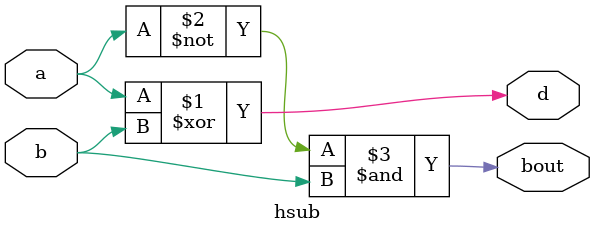
<source format=v>
`timescale 1ns / 1ps


module hsub(
input a,b,
output d,bout
    );
    assign d = a^b;
    assign bout = ~a&b;
endmodule

</source>
